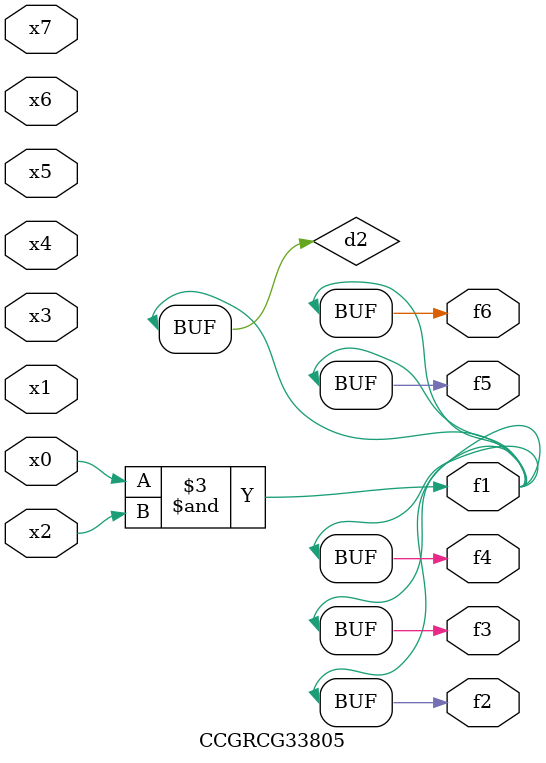
<source format=v>
module CCGRCG33805(
	input x0, x1, x2, x3, x4, x5, x6, x7,
	output f1, f2, f3, f4, f5, f6
);

	wire d1, d2;

	nor (d1, x3, x6);
	and (d2, x0, x2);
	assign f1 = d2;
	assign f2 = d2;
	assign f3 = d2;
	assign f4 = d2;
	assign f5 = d2;
	assign f6 = d2;
endmodule

</source>
